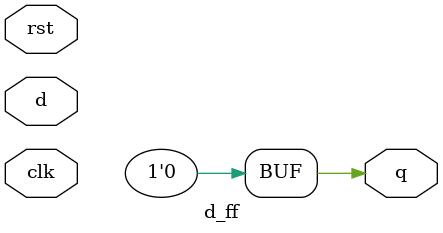
<source format=sv>
`timescale 1ns / 1ps


module d_ff(
    input logic clk,
    input logic d,
    input logic rst,
    output logic q
    );
    
    assign q = 0;
    
    always_ff @ (posedge clk or posedge rst)
        if (rst == 1'b1)
            q <= 1'b0;
        else
            q <= d;
endmodule

</source>
